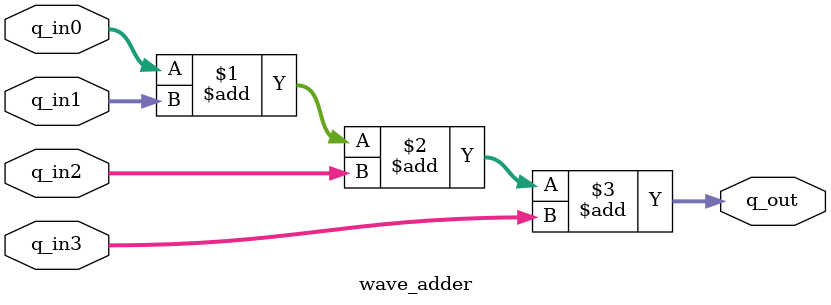
<source format=v>
`timescale 1ns / 1ps


module wave_adder(
    input  [15:0] q_in0,
    input  [15:0] q_in1,
    input  [15:0] q_in2,
    input  [15:0] q_in3,
    
    output [15:0] q_out
    );
    
    assign q_out = q_in0 + q_in1 + q_in2 + q_in3;
    
    
endmodule

</source>
